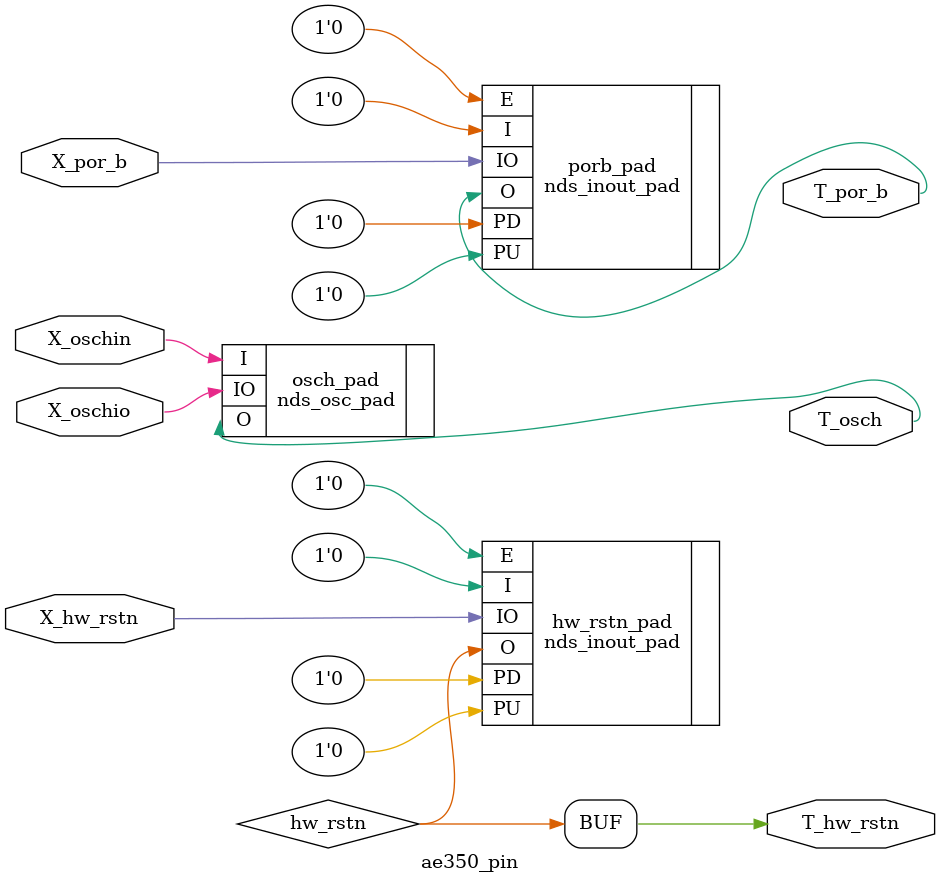
<source format=v>

`include "ae350_config.vh"
`include "ae350_const.vh"

`ifdef AE350_SPI1_SUPPORT
	`define _AE350_SPI_SUPPORT
`elsif AE350_SPI2_SUPPORT
	`define _AE350_SPI_SUPPORT
`endif

`ifdef _AE350_SPI_SUPPORT
	`include "atcspi200_config.vh"
	`include "atcspi200_const.vh"
	`undef _AE350_SPI_SUPPORT
`endif

`ifdef AE350_GPIO_SUPPORT
	`include "atcgpio100_config.vh"
	`include "atcgpio100_const.vh"
`endif
`ifdef AE350_PIT_SUPPORT
	`include "atcpit100_config.vh"
	`include "atcpit100_const.vh"
`endif

module ae350_pin (
	  X_hw_rstn,
	  T_hw_rstn,
	  X_por_b,
	  T_por_b,
`ifdef PLATFORM_DEBUG_PORT
	  X_tms,
   `ifdef PLATFORM_JTAG_TWOWIRE
   `else
	  X_trst,
	  X_tdi,
	  X_tdo,
   `endif
	  pin_tms_in,
	  pin_tms_out,
	  pin_tms_out_en,
   `ifdef PLATFORM_JTAG_TWOWIRE
   `else
	  pin_trst_in,
	  pin_trst_out,
	  pin_trst_out_en,
	  pin_tdi_in,
	  pin_tdi_out,
	  pin_tdi_out_en,
	  pin_tdo_in,
	  pin_tdo_out,
	  pin_tdo_out_en,
   `endif
   `ifdef PLATFORM_NCEDBGLOCK100_SUPPORT
	  X_secure_mode,
	  T_secure_mode,
   `endif
`endif
`ifdef AE350_SPI1_SUPPORT
   `ifdef ATCSPI200_QUADSPI_SUPPORT
	  X_spi1_holdn,
	  X_spi1_wpn,
   `endif
	  X_spi1_clk,
	  X_spi1_csn,
	  X_spi1_miso,
	  X_spi1_mosi,
`endif
`ifdef ATCSPI200_QUADSPI_SUPPORT
   `ifdef AE350_SPI2_SUPPORT
	  X_spi2_holdn,
	  X_spi2_wpn,
   `endif
`endif
`ifdef AE350_SPI2_SUPPORT
	  X_spi2_clk,
	  X_spi2_csn,
	  X_spi2_miso,
	  X_spi2_mosi,
`endif
`ifdef AE350_SPI1_SUPPORT
   `ifdef ATCSPI200_QUADSPI_SUPPORT
	  spi1_holdn_in,
	  spi1_wpn_in,
   `endif
	  spi1_clk_in,
	  spi1_csn_in,
	  spi1_miso_in,
	  spi1_mosi_in,
`endif
`ifdef ATCSPI200_QUADSPI_SUPPORT
   `ifdef AE350_SPI2_SUPPORT
	  spi2_holdn_in,
	  spi2_wpn_in,
   `endif
`endif
`ifdef AE350_SPI2_SUPPORT
	  spi2_clk_in,
	  spi2_csn_in,
	  spi2_miso_in,
	  spi2_mosi_in,
`endif
`ifdef AE350_SPI1_SUPPORT
   `ifdef ATCSPI200_QUADSPI_SUPPORT
	  spi1_holdn_out,
	  spi1_holdn_oe,
	  spi1_wpn_out,
	  spi1_wpn_oe,
   `endif
	  spi1_clk_out,
	  spi1_clk_oe,
	  spi1_csn_out,
	  spi1_csn_oe,
	  spi1_miso_out,
	  spi1_miso_oe,
	  spi1_mosi_out,
	  spi1_mosi_oe,
`endif
`ifdef ATCSPI200_QUADSPI_SUPPORT
   `ifdef AE350_SPI2_SUPPORT
	  spi2_holdn_out,
	  spi2_holdn_oe,
	  spi2_wpn_out,
	  spi2_wpn_oe,
   `endif
`endif
`ifdef AE350_SPI2_SUPPORT
	  spi2_clk_out,
	  spi2_clk_oe,
	  spi2_csn_out,
	  spi2_csn_oe,
	  spi2_miso_out,
	  spi2_miso_oe,
	  spi2_mosi_out,
	  spi2_mosi_oe,
`endif
`ifdef AE350_I2C_SUPPORT
	  X_i2c_scl,
	  X_i2c_sda,
	  i2c_scl_in,
	  i2c_sda_in,
	  i2c_scl,
	  i2c_sda,
`endif
`ifdef AE350_UART1_SUPPORT
	  X_uart1_txd,
	  X_uart1_rxd,
   `ifdef AE350_UART2_SUPPORT
      `ifdef NDS_FPGA
      `else
	  X_uart1_ctsn,
	  X_uart1_rtsn,
      `endif
   `else
	  X_uart1_ctsn,
	  X_uart1_rtsn,
   `endif
	  X_uart1_dsrn,
	  X_uart1_dcdn,
	  X_uart1_rin,
	  X_uart1_dtrn,
	  X_uart1_out1n,
	  X_uart1_out2n,
`endif
`ifdef AE350_UART2_SUPPORT
	  X_uart2_txd,
	  X_uart2_rxd,
   `ifdef NDS_FPGA
   `else
	  X_uart2_ctsn,
	  X_uart2_rtsn,
	  X_uart2_dcdn,
	  X_uart2_dsrn,
	  X_uart2_rin,
	  X_uart2_dtrn,
	  X_uart2_out1n,
	  X_uart2_out2n,
   `endif
`endif
`ifdef AE350_UART1_SUPPORT
	  uart1_txd,
	  uart1_rtsn,
	  uart1_rxd,
	  uart1_ctsn,
	  uart1_dsrn,
	  uart1_dcdn,
	  uart1_rin,
	  uart1_dtrn,
	  uart1_out1n,
	  uart1_out2n,
`endif
`ifdef AE350_UART2_SUPPORT
	  uart2_txd,
	  uart2_rtsn,
	  uart2_rxd,
	  uart2_ctsn,
	  uart2_dcdn,
	  uart2_dsrn,
	  uart2_rin,
	  uart2_dtrn,
	  uart2_out1n,
	  uart2_out2n,
`endif
`ifdef AE350_PIT_SUPPORT
	  X_pwm_ch0,
	  ch0_pwm,
	  ch0_pwmoe,
   `ifdef ATCPIT100_CH1_SUPPORT
	  X_pwm_ch1,
	  ch1_pwm,
	  ch1_pwmoe,
   `endif
   `ifdef ATCPIT100_CH2_SUPPORT
	  X_pwm_ch2,
	  ch2_pwm,
	  ch2_pwmoe,
   `endif
   `ifdef ATCPIT100_CH3_SUPPORT
	  X_pwm_ch3,
	  ch3_pwm,
	  ch3_pwmoe,
   `endif
`endif
`ifdef NDS_FPGA
	  X_flash_cs,
	  X_flash_dir,
`endif
`ifdef AE350_GPIO_SUPPORT
	  X_gpio,
	  gpio_in,
	  gpio_oe,
	  gpio_out,
   `ifdef ATCGPIO100_PULL_SUPPORT
	  gpio_pulldown,
	  gpio_pullup,
   `endif
`endif
`ifdef NDS_FPGA
`else
	  X_oschio,
`endif
	  X_oschin,
	  T_osch

);

inout		X_hw_rstn;
output		T_hw_rstn;

inout		X_por_b;
output		T_por_b;

`ifdef PLATFORM_DEBUG_PORT
inout		X_tms;
`ifdef	PLATFORM_JTAG_TWOWIRE
`else
inout		X_trst;
inout		X_tdi;
inout		X_tdo;
`endif

output          pin_tms_in;
input           pin_tms_out;
input           pin_tms_out_en;
`ifdef	PLATFORM_JTAG_TWOWIRE
`else
output          pin_trst_in;
input           pin_trst_out;
input           pin_trst_out_en;
output          pin_tdi_in;
input           pin_tdi_out;
input           pin_tdi_out_en;
output          pin_tdo_in;
input           pin_tdo_out;
input           pin_tdo_out_en;
`endif

`ifdef PLATFORM_NCEDBGLOCK100_SUPPORT
inout	[1:0]	X_secure_mode;
output	[1:0]	T_secure_mode;
`endif

`endif


`ifdef AE350_SPI1_SUPPORT
`ifdef ATCSPI200_QUADSPI_SUPPORT
inout          	X_spi1_holdn;
inout		X_spi1_wpn;
`endif
inout		X_spi1_clk;
inout		X_spi1_csn;
inout		X_spi1_miso;
inout		X_spi1_mosi;
`endif
`ifdef AE350_SPI2_SUPPORT
`ifdef ATCSPI200_QUADSPI_SUPPORT
inout		X_spi2_holdn;
inout		X_spi2_wpn;
`endif
inout		X_spi2_clk;
inout		X_spi2_csn;
inout		X_spi2_miso;
inout		X_spi2_mosi;
`endif
`ifdef AE350_SPI1_SUPPORT
`ifdef ATCSPI200_QUADSPI_SUPPORT
output		spi1_holdn_in;
output		spi1_wpn_in;
`endif
output		spi1_clk_in;
output		spi1_csn_in;
output		spi1_miso_in;
output		spi1_mosi_in;
`endif
`ifdef AE350_SPI2_SUPPORT
`ifdef ATCSPI200_QUADSPI_SUPPORT
output		spi2_holdn_in;
output		spi2_wpn_in;
`endif
output		spi2_clk_in;
output		spi2_csn_in;
output		spi2_miso_in;
output		spi2_mosi_in;
`endif
`ifdef AE350_SPI1_SUPPORT
`ifdef ATCSPI200_QUADSPI_SUPPORT
input          	spi1_holdn_out;
input		spi1_holdn_oe;
input		spi1_wpn_out;
input		spi1_wpn_oe;
`endif
input		spi1_clk_out;
input		spi1_clk_oe;
input		spi1_csn_out;
input		spi1_csn_oe;
input		spi1_miso_out;
input		spi1_miso_oe;
input		spi1_mosi_out;
input		spi1_mosi_oe;
`endif
`ifdef AE350_SPI2_SUPPORT
`ifdef ATCSPI200_QUADSPI_SUPPORT
input		spi2_holdn_out;
input		spi2_holdn_oe;
input		spi2_wpn_out;
input		spi2_wpn_oe;
`endif
input		spi2_clk_out;
input		spi2_clk_oe;
input		spi2_csn_out;
input		spi2_csn_oe;
input		spi2_miso_out;
input		spi2_miso_oe;
input		spi2_mosi_out;
input		spi2_mosi_oe;
`endif

`ifdef AE350_I2C_SUPPORT
inout		X_i2c_scl;
inout		X_i2c_sda;
output		i2c_scl_in;
output		i2c_sda_in;
input		i2c_scl;
input		i2c_sda;
`endif



`ifdef AE350_UART1_SUPPORT
inout		X_uart1_txd;
inout		X_uart1_rxd;
`ifdef AE350_UART2_SUPPORT
	`ifndef NDS_FPGA
	inout		X_uart1_ctsn;
	inout		X_uart1_rtsn;
	`endif
`else
inout		X_uart1_ctsn;
inout		X_uart1_rtsn;
`endif
inout		X_uart1_dsrn;
inout		X_uart1_dcdn;
inout		X_uart1_rin;
inout		X_uart1_dtrn;
inout		X_uart1_out1n;
inout		X_uart1_out2n;
`endif
`ifdef AE350_UART2_SUPPORT
inout		X_uart2_txd;
inout		X_uart2_rxd;
`ifdef NDS_FPGA
`else
inout		X_uart2_ctsn;
inout		X_uart2_rtsn;
inout		X_uart2_dcdn;
inout		X_uart2_dsrn;
inout		X_uart2_rin;
inout		X_uart2_dtrn;
inout		X_uart2_out1n;
inout		X_uart2_out2n;
`endif
`endif
`ifdef AE350_UART1_SUPPORT
input		uart1_txd;
input		uart1_rtsn;
output		uart1_rxd;
output		uart1_ctsn;
output          uart1_dsrn;
output          uart1_dcdn;
output          uart1_rin;
input           uart1_dtrn;
input           uart1_out1n;
input           uart1_out2n;
`endif
`ifdef AE350_UART2_SUPPORT
input		uart2_txd;
input		uart2_rtsn;
output		uart2_rxd;
output		uart2_ctsn;
output          uart2_dcdn;
output          uart2_dsrn;
output          uart2_rin;
input           uart2_dtrn;
input           uart2_out1n;
input           uart2_out2n;
`endif

`ifdef AE350_PIT_SUPPORT
inout		   X_pwm_ch0;
input              ch0_pwm;
input              ch0_pwmoe;
	`ifdef ATCPIT100_CH1_SUPPORT
inout		   X_pwm_ch1;
input              ch1_pwm;
input              ch1_pwmoe;
	`endif
	`ifdef ATCPIT100_CH2_SUPPORT
inout		   X_pwm_ch2;
input              ch2_pwm;
input              ch2_pwmoe;
	`endif
	`ifdef ATCPIT100_CH3_SUPPORT
inout		   X_pwm_ch3;
input              ch3_pwm;
input              ch3_pwmoe;
	`endif
`endif

`ifdef NDS_FPGA
inout              X_flash_cs;
inout              X_flash_dir;
`endif









`ifdef AE350_GPIO_SUPPORT
inout	[31:0]	X_gpio;
output	[31:0]	gpio_in;
input	[31:0]	gpio_oe;
input	[31:0]	gpio_out;
	`ifdef ATCGPIO100_PULL_SUPPORT
input	[31:0]	gpio_pulldown;
input	[31:0]	gpio_pullup;
	`endif
`endif

`ifdef NDS_FPGA
wire		X_oschio;
`else
inout		X_oschio;
`endif
input		X_oschin;
output		T_osch;

nds_osc_pad   osch_pad		(.O(T_osch), .I(X_oschin), .IO(X_oschio));

wire 	hw_rstn;
nds_inout_pad hw_rstn_pad      (.O(hw_rstn), .I(1'b0), .IO(X_hw_rstn), .E(1'b0), .PU(1'b0), .PD(1'b0));

`ifdef NDS_BOARD_VCU118
    assign T_hw_rstn = ~hw_rstn;
`else
    assign T_hw_rstn =  hw_rstn;
`endif


nds_inout_pad porb_pad		(.O(T_por_b), .I(1'b0), .IO(X_por_b), .E(1'b0), .PU(1'b0), .PD(1'b0));

`ifdef PLATFORM_DEBUG_PORT
nds_inout_pad jtag_tms_pad	(.O(pin_tms_in),  .I(pin_tms_out),  .IO(X_tms),  .E(pin_tms_out_en),  .PU(1'b1), .PD(1'b0));
`ifndef PLATFORM_JTAG_TWOWIRE
nds_inout_pad jtag_trst_pad	(.O(pin_trst_in), .I(pin_trst_out), .IO(X_trst), .E(pin_trst_out_en), .PU(1'b0), .PD(1'b0));
nds_inout_pad jtag_tdi_pad	(.O(pin_tdi_in),  .I(pin_tdi_out),  .IO(X_tdi),  .E(pin_tdi_out_en),  .PU(1'b0), .PD(1'b0));
nds_inout_pad jtag_tdo_pad	(.O(pin_tdo_in),  .I(pin_tdo_out),  .IO(X_tdo),  .E(pin_tdo_out_en),  .PU(1'b0), .PD(1'b0));
`endif

`ifdef PLATFORM_NCEDBGLOCK100_SUPPORT
nds_inout_pad secure_mode_pad_0	(.O(T_secure_mode[0]),  .I(1'b0),  .IO(X_secure_mode[0]),  .E(1'b0),  .PU(1'b0), .PD(1'b0));
nds_inout_pad secure_mode_pad_1	(.O(T_secure_mode[1]),  .I(1'b0),  .IO(X_secure_mode[1]),  .E(1'b0),  .PU(1'b0), .PD(1'b0));
`endif


`endif

`ifdef AE350_SPI1_SUPPORT
`ifdef ATCSPI200_QUADSPI_SUPPORT
nds_inout_pad spi1_holdn_pad	(.O(spi1_holdn_in), .I(spi1_holdn_out), .IO(X_spi1_holdn), .E(spi1_holdn_oe), .PU(1'b0), .PD(1'b0));
nds_inout_pad spi1_wpn_pad	(.O(spi1_wpn_in),   .I(spi1_wpn_out),   .IO(X_spi1_wpn),   .E(spi1_wpn_oe),   .PU(1'b0), .PD(1'b0));
`endif
nds_inout_pad spi1_clk_pad	(.O(spi1_clk_in),   .I(spi1_clk_out),   .IO(X_spi1_clk),   .E(spi1_clk_oe),   .PU(1'b0), .PD(1'b0));
nds_inout_pad spi1_csn_pad	(.O(spi1_csn_in),   .I(spi1_csn_out),   .IO(X_spi1_csn),   .E(spi1_csn_oe),   .PU(1'b0), .PD(1'b0));
nds_inout_pad spi1_miso_pad	(.O(spi1_miso_in),  .I(spi1_miso_out),  .IO(X_spi1_miso),  .E(spi1_miso_oe),  .PU(1'b0), .PD(1'b0));
nds_inout_pad spi1_mosi_pad	(.O(spi1_mosi_in),  .I(spi1_mosi_out),  .IO(X_spi1_mosi),  .E(spi1_mosi_oe),  .PU(1'b0), .PD(1'b0));
`endif

`ifdef AE350_SPI2_SUPPORT
`ifdef ATCSPI200_QUADSPI_SUPPORT
nds_inout_pad spi2_holdn_pad	(.O(spi2_holdn_in), .I(spi2_holdn_out), .IO(X_spi2_holdn), .E(spi2_holdn_oe), .PU(1'b0), .PD(1'b0));
nds_inout_pad spi2_wpn_pad	(.O(spi2_wpn_in),   .I(spi2_wpn_out),   .IO(X_spi2_wpn),   .E(spi2_wpn_oe),   .PU(1'b0), .PD(1'b0));
`endif
nds_inout_pad spi2_clk_pad	(.O(spi2_clk_in),   .I(spi2_clk_out),   .IO(X_spi2_clk),   .E(spi2_clk_oe),   .PU(1'b0), .PD(1'b0));
nds_inout_pad spi2_csn_pad	(.O(spi2_csn_in),   .I(spi2_csn_out),   .IO(X_spi2_csn),   .E(spi2_csn_oe),   .PU(1'b0), .PD(1'b0));
nds_inout_pad spi2_miso_pad	(.O(spi2_miso_in),  .I(spi2_miso_out),  .IO(X_spi2_miso),  .E(spi2_miso_oe),  .PU(1'b0), .PD(1'b0));
nds_inout_pad spi2_mosi_pad	(.O(spi2_mosi_in),  .I(spi2_mosi_out),  .IO(X_spi2_mosi),  .E(spi2_mosi_oe),  .PU(1'b0), .PD(1'b0));
`endif

`ifdef AE350_I2C_SUPPORT
nds_inout_pad i2c_scl_pad	(.O(i2c_scl_in),  .I(1'b0),  .IO(X_i2c_scl),  .E(~i2c_scl),  .PU(1'b0), .PD(1'b0));
nds_inout_pad i2c_sda_pad	(.O(i2c_sda_in),  .I(1'b0),  .IO(X_i2c_sda),  .E(~i2c_sda),  .PU(1'b0), .PD(1'b0));
`endif

`ifdef AE350_UART1_SUPPORT
nds_inout_pad uart1_txd_pad	(.O(),  	 .I(uart1_txd),  .IO(X_uart1_txd),  .E(1'b1),  .PU(1'b0), .PD(1'b0));
nds_inout_pad uart1_dtrn_pad	(.O(),  	 .I(uart1_dtrn),  .IO(X_uart1_dtrn),  .E(1'b1),  .PU(1'b0), .PD(1'b0));
nds_inout_pad uart1_out1n_pad	(.O(),  	 .I(uart1_out1n), .IO(X_uart1_out1n), .E(1'b1),  .PU(1'b0), .PD(1'b0));
nds_inout_pad uart1_out2n_pad	(.O(),  	 .I(uart1_out2n), .IO(X_uart1_out2n), .E(1'b1),  .PU(1'b0), .PD(1'b0));
nds_inout_pad uart1_rxd_pad	(.O(uart1_rxd),  .I(1'b0),       .IO(X_uart1_rxd),  .E(1'b0),  .PU(1'b0), .PD(1'b0));
nds_inout_pad uart1_dcdn_pad	(.O(uart1_dcdn),  .I(1'b0),       .IO(X_uart1_dcdn),  .E(1'b0),  .PU(1'b0), .PD(1'b0));
nds_inout_pad uart1_dsrn_pad	(.O(uart1_dsrn),  .I(1'b0),       .IO(X_uart1_dsrn),  .E(1'b0),  .PU(1'b0), .PD(1'b0));
nds_inout_pad uart1_rin_pad	(.O(uart1_rin),   .I(1'b0),       .IO(X_uart1_rin),   .E(1'b0),  .PU(1'b0), .PD(1'b0));
`ifdef AE350_UART2_SUPPORT
	`ifdef NDS_FPGA
	assign	uart1_ctsn = uart2_rtsn;
	assign	uart2_ctsn = uart1_rtsn;
	`else
	nds_inout_pad uart1_ctsn_pad	(.O(uart1_ctsn),  .I(1'b0),       .IO(X_uart1_ctsn),  .E(1'b0),  .PU(1'b0), .PD(1'b0));
	nds_inout_pad uart1_rtsn_pad	(.O(),  	 .I(uart1_rtsn),  .IO(X_uart1_rtsn),  .E(1'b1),  .PU(1'b0), .PD(1'b0));
	nds_inout_pad uart2_ctsn_pad	(.O(uart2_ctsn),  .I(1'b0),       .IO(X_uart2_ctsn),  .E(1'b0),  .PU(1'b0), .PD(1'b0));
	nds_inout_pad uart2_rtsn_pad	(.O(),  	 .I(uart2_rtsn),  .IO(X_uart2_rtsn),  .E(1'b1),  .PU(1'b0), .PD(1'b0));
	`endif
`else
	nds_inout_pad uart1_ctsn_pad	(.O(uart1_ctsn),  .I(1'b0),       .IO(X_uart1_ctsn),  .E(1'b0),  .PU(1'b0), .PD(1'b0));
	nds_inout_pad uart1_rtsn_pad	(.O(),  	 .I(uart1_rtsn),  .IO(X_uart1_rtsn),  .E(1'b1),  .PU(1'b0), .PD(1'b0));
`endif
`endif

`ifdef AE350_UART2_SUPPORT
nds_inout_pad uart2_txd_pad	(.O(),  	 .I(uart2_txd),  .IO(X_uart2_txd),  .E(1'b1),  .PU(1'b0), .PD(1'b0));
nds_inout_pad uart2_rxd_pad	(.O(uart2_rxd),  .I(1'b0),       .IO(X_uart2_rxd),  .E(1'b0),  .PU(1'b0), .PD(1'b0));
`ifdef NDS_FPGA
assign	uart2_dcdn = 1'b1;
assign	uart2_dsrn = 1'b1;
assign	uart2_rin  = 1'b1;
`else
nds_inout_pad uart2_dtrn_pad	(.O(),  	 .I(uart2_dtrn),  .IO(X_uart2_dtrn),  .E(1'b1),  .PU(1'b0), .PD(1'b0));
nds_inout_pad uart2_out1n_pad	(.O(),  	 .I(uart2_out1n), .IO(X_uart2_out1n),  .E(1'b1),  .PU(1'b0), .PD(1'b0));
nds_inout_pad uart2_out2n_pad	(.O(),  	 .I(uart2_out2n), .IO(X_uart2_out2n),  .E(1'b1),  .PU(1'b0), .PD(1'b0));
nds_inout_pad uart2_dcdn_pad	(.O(uart2_dcdn),  .I(1'b0),       .IO(X_uart2_dcdn),  .E(1'b0),  .PU(1'b0), .PD(1'b0));
nds_inout_pad uart2_dsrn_pad	(.O(uart2_dsrn),  .I(1'b0),       .IO(X_uart2_dsrn),  .E(1'b0),  .PU(1'b0), .PD(1'b0));
nds_inout_pad uart2_rin_pad	(.O(uart2_rin),   .I(1'b0),       .IO(X_uart2_rin),   .E(1'b0),  .PU(1'b0), .PD(1'b0));
`endif
`endif

`ifdef AE350_PIT_SUPPORT
nds_inout_pad pwm_ch0_pad	(.O(),  	 .I(ch0_pwm),  .IO(X_pwm_ch0),  .E(ch0_pwmoe),  .PU(1'b0), .PD(1'b0));
	`ifdef ATCPIT100_CH1_SUPPORT
nds_inout_pad pwm_ch1_pad	(.O(),  	 .I(ch1_pwm),  .IO(X_pwm_ch1),  .E(ch1_pwmoe),  .PU(1'b0), .PD(1'b0));
	`endif
	`ifdef ATCPIT100_CH2_SUPPORT
nds_inout_pad pwm_ch2_pad	(.O(),  	 .I(ch2_pwm),  .IO(X_pwm_ch2),  .E(ch2_pwmoe),  .PU(1'b0), .PD(1'b0));
	`endif
	`ifdef ATCPIT100_CH3_SUPPORT
nds_inout_pad pwm_ch3_pad	(.O(),  	 .I(ch3_pwm),  .IO(X_pwm_ch3),  .E(ch3_pwmoe),  .PU(1'b0), .PD(1'b0));
	`endif
`endif

`ifdef NDS_FPGA
nds_inout_pad pad_flash_cs	(.O(), .I(1'b0),  .IO(X_flash_cs),   .E(1'b1),  .PU(1'b0), .PD(1'b0));
nds_inout_pad pad_flash_dir	(.O(), .I(1'b1),  .IO(X_flash_dir),  .E(1'b1),  .PU(1'b0), .PD(1'b0));
`endif


























`ifdef AE350_GPIO_SUPPORT
nds_inout_pad gpio0_pad	(.O(gpio_in[0]), .I(gpio_out[0]), .IO(X_gpio[0]), .E(gpio_oe[0]),  .PU(gpio_pullup[0]), .PD(gpio_pulldown[0]));
nds_inout_pad gpio1_pad	(.O(gpio_in[1]), .I(gpio_out[1]), .IO(X_gpio[1]), .E(gpio_oe[1]),  .PU(gpio_pullup[1]), .PD(gpio_pulldown[1]));
nds_inout_pad gpio2_pad	(.O(gpio_in[2]), .I(gpio_out[2]), .IO(X_gpio[2]), .E(gpio_oe[2]),  .PU(gpio_pullup[2]), .PD(gpio_pulldown[2]));
nds_inout_pad gpio3_pad	(.O(gpio_in[3]), .I(gpio_out[3]), .IO(X_gpio[3]), .E(gpio_oe[3]),  .PU(gpio_pullup[3]), .PD(gpio_pulldown[3]));
nds_inout_pad gpio4_pad	(.O(gpio_in[4]), .I(gpio_out[4]), .IO(X_gpio[4]), .E(gpio_oe[4]),  .PU(gpio_pullup[4]), .PD(gpio_pulldown[4]));
nds_inout_pad gpio5_pad	(.O(gpio_in[5]), .I(gpio_out[5]), .IO(X_gpio[5]), .E(gpio_oe[5]),  .PU(gpio_pullup[5]), .PD(gpio_pulldown[5]));
nds_inout_pad gpio6_pad	(.O(gpio_in[6]), .I(gpio_out[6]), .IO(X_gpio[6]), .E(gpio_oe[6]),  .PU(gpio_pullup[6]), .PD(gpio_pulldown[6]));
nds_inout_pad gpio7_pad	(.O(gpio_in[7]), .I(gpio_out[7]), .IO(X_gpio[7]), .E(gpio_oe[7]),  .PU(gpio_pullup[7]), .PD(gpio_pulldown[7]));
nds_inout_pad gpio8_pad	(.O(gpio_in[8]), .I(gpio_out[8]), .IO(X_gpio[8]), .E(gpio_oe[8]),  .PU(gpio_pullup[8]), .PD(gpio_pulldown[8]));
nds_inout_pad gpio9_pad	(.O(gpio_in[9]), .I(gpio_out[9]), .IO(X_gpio[9]), .E(gpio_oe[9]),  .PU(gpio_pullup[9]), .PD(gpio_pulldown[9]));
nds_inout_pad gpio10_pad	(.O(gpio_in[10]), .I(gpio_out[10]), .IO(X_gpio[10]), .E(gpio_oe[10]),  .PU(gpio_pullup[10]), .PD(gpio_pulldown[10]));
nds_inout_pad gpio11_pad	(.O(gpio_in[11]), .I(gpio_out[11]), .IO(X_gpio[11]), .E(gpio_oe[11]),  .PU(gpio_pullup[11]), .PD(gpio_pulldown[11]));
nds_inout_pad gpio12_pad	(.O(gpio_in[12]), .I(gpio_out[12]), .IO(X_gpio[12]), .E(gpio_oe[12]),  .PU(gpio_pullup[12]), .PD(gpio_pulldown[12]));
nds_inout_pad gpio13_pad	(.O(gpio_in[13]), .I(gpio_out[13]), .IO(X_gpio[13]), .E(gpio_oe[13]),  .PU(gpio_pullup[13]), .PD(gpio_pulldown[13]));
nds_inout_pad gpio14_pad	(.O(gpio_in[14]), .I(gpio_out[14]), .IO(X_gpio[14]), .E(gpio_oe[14]),  .PU(gpio_pullup[14]), .PD(gpio_pulldown[14]));
nds_inout_pad gpio15_pad	(.O(gpio_in[15]), .I(gpio_out[15]), .IO(X_gpio[15]), .E(gpio_oe[15]),  .PU(gpio_pullup[15]), .PD(gpio_pulldown[15]));
nds_inout_pad gpio16_pad	(.O(gpio_in[16]), .I(gpio_out[16]), .IO(X_gpio[16]), .E(gpio_oe[16]),  .PU(gpio_pullup[16]), .PD(gpio_pulldown[16]));
nds_inout_pad gpio17_pad	(.O(gpio_in[17]), .I(gpio_out[17]), .IO(X_gpio[17]), .E(gpio_oe[17]),  .PU(gpio_pullup[17]), .PD(gpio_pulldown[17]));
nds_inout_pad gpio18_pad	(.O(gpio_in[18]), .I(gpio_out[18]), .IO(X_gpio[18]), .E(gpio_oe[18]),  .PU(gpio_pullup[18]), .PD(gpio_pulldown[18]));
nds_inout_pad gpio19_pad	(.O(gpio_in[19]), .I(gpio_out[19]), .IO(X_gpio[19]), .E(gpio_oe[19]),  .PU(gpio_pullup[19]), .PD(gpio_pulldown[19]));
nds_inout_pad gpio20_pad	(.O(gpio_in[20]), .I(gpio_out[20]), .IO(X_gpio[20]), .E(gpio_oe[20]),  .PU(gpio_pullup[20]), .PD(gpio_pulldown[20]));
nds_inout_pad gpio21_pad	(.O(gpio_in[21]), .I(gpio_out[21]), .IO(X_gpio[21]), .E(gpio_oe[21]),  .PU(gpio_pullup[21]), .PD(gpio_pulldown[21]));
nds_inout_pad gpio22_pad	(.O(gpio_in[22]), .I(gpio_out[22]), .IO(X_gpio[22]), .E(gpio_oe[22]),  .PU(gpio_pullup[22]), .PD(gpio_pulldown[22]));
nds_inout_pad gpio23_pad	(.O(gpio_in[23]), .I(gpio_out[23]), .IO(X_gpio[23]), .E(gpio_oe[23]),  .PU(gpio_pullup[23]), .PD(gpio_pulldown[23]));
nds_inout_pad gpio24_pad	(.O(gpio_in[24]), .I(gpio_out[24]), .IO(X_gpio[24]), .E(gpio_oe[24]),  .PU(gpio_pullup[24]), .PD(gpio_pulldown[24]));
nds_inout_pad gpio25_pad	(.O(gpio_in[25]), .I(gpio_out[25]), .IO(X_gpio[25]), .E(gpio_oe[25]),  .PU(gpio_pullup[25]), .PD(gpio_pulldown[25]));
nds_inout_pad gpio26_pad	(.O(gpio_in[26]), .I(gpio_out[26]), .IO(X_gpio[26]), .E(gpio_oe[26]),  .PU(gpio_pullup[26]), .PD(gpio_pulldown[26]));
nds_inout_pad gpio27_pad	(.O(gpio_in[27]), .I(gpio_out[27]), .IO(X_gpio[27]), .E(gpio_oe[27]),  .PU(gpio_pullup[27]), .PD(gpio_pulldown[27]));
nds_inout_pad gpio28_pad	(.O(gpio_in[28]), .I(gpio_out[28]), .IO(X_gpio[28]), .E(gpio_oe[28]),  .PU(gpio_pullup[28]), .PD(gpio_pulldown[28]));
nds_inout_pad gpio29_pad	(.O(gpio_in[29]), .I(gpio_out[29]), .IO(X_gpio[29]), .E(gpio_oe[29]),  .PU(gpio_pullup[29]), .PD(gpio_pulldown[29]));
nds_inout_pad gpio30_pad	(.O(gpio_in[30]), .I(gpio_out[30]), .IO(X_gpio[30]), .E(gpio_oe[30]),  .PU(gpio_pullup[30]), .PD(gpio_pulldown[30]));
nds_inout_pad gpio31_pad	(.O(gpio_in[31]), .I(gpio_out[31]), .IO(X_gpio[31]), .E(gpio_oe[31]),  .PU(gpio_pullup[31]), .PD(gpio_pulldown[31]));
`endif

endmodule

</source>
